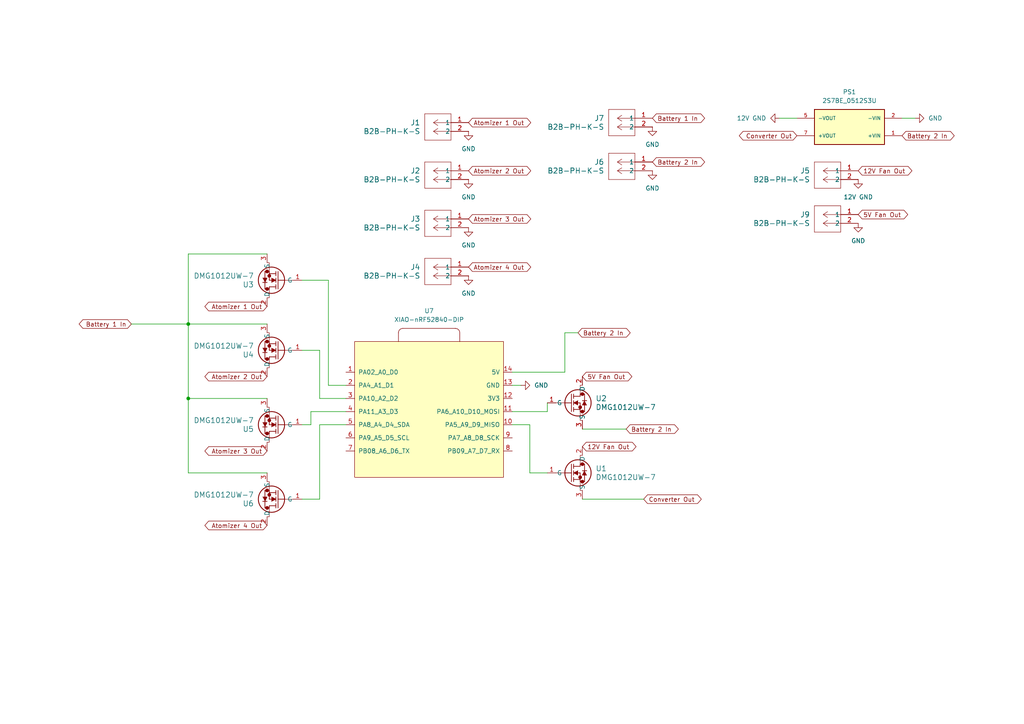
<source format=kicad_sch>
(kicad_sch (version 20250114) (generator "eeschema") (generator_version "9.0")
  (paper "A4")
  (lib_symbols
    (symbol "2025-03-25_22-14-52:DMG1012UW-7" (pin_names (offset 0.254))
      (property "Reference" "U" (at 13.97 1.905 0))
      (property "Value" "DMG1012UW-7" (at 13.97 -2.54 0))
      (symbol "DMG1012UW-7_0_1"
        (polyline (pts (xy 2.54 0) (xy 5.08 0)) (stroke (width 0.127)))
        (polyline (pts (xy 5.08 0) (xy 6.985 0)) (stroke (width 0.2032)))
        (polyline (pts (xy 6.985 -2.54) (xy 6.985 2.54)) (stroke (width 0.2032)))
        (polyline (pts (xy 7.62 1.905) (xy 9.525 1.905)) (stroke (width 0.2032)))
        (polyline (pts (xy 7.62 1.27) (xy 7.62 2.54)) (stroke (width 0.2032)))
        (polyline (pts (xy 7.62 -0.635) (xy 7.62 0.635)) (stroke (width 0.2032)))
        (polyline (pts (xy 7.62 -1.905) (xy 9.525 -1.905)) (stroke (width 0.2032)))
        (polyline (pts (xy 7.62 -2.54) (xy 7.62 -1.27)) (stroke (width 0.2032)))
        (polyline (pts (xy 8.89 0.635) (xy 7.62 0) (xy 8.89 -0.635)) (fill (type outline)))
        (polyline (pts (xy 8.89 0) (xy 9.525 0)) (stroke (width 0.2032)))
        (circle (center 8.89 0) (radius 3.81) (stroke (width 0.254)))
        (polyline (pts (xy 9.525 5.08) (xy 10.16 5.08)) (stroke (width 0.127)))
        (polyline (pts (xy 9.525 2.54) (xy 9.525 5.08)) (stroke (width 0.127)))
        (polyline (pts (xy 9.525 2.54) (xy 10.795 2.54)) (stroke (width 0.2032)))
        (polyline (pts (xy 9.525 1.905) (xy 9.525 2.54)) (stroke (width 0.2032)))
        (circle (center 9.525 -1.27) (radius 0.0254) (stroke (width 0.508)))
        (polyline (pts (xy 9.525 -2.54) (xy 9.525 0)) (stroke (width 0.2032)))
        (polyline (pts (xy 9.525 -2.54) (xy 10.795 -2.54)) (stroke (width 0.2032)))
        (polyline (pts (xy 9.525 -5.08) (xy 9.525 -2.54)) (stroke (width 0.127)))
        (circle (center 10.16 2.54) (radius 0.0254) (stroke (width 0.508)))
        (circle (center 10.16 -2.54) (radius 0.0254) (stroke (width 0.508)))
        (polyline (pts (xy 10.16 -5.08) (xy 9.525 -5.08)) (stroke (width 0.127)))
        (polyline (pts (xy 10.795 0.635) (xy 10.795 2.54)) (stroke (width 0.2032)))
        (polyline (pts (xy 10.795 -2.54) (xy 10.795 -0.635)) (stroke (width 0.2032)))
        (polyline (pts (xy 11.43 0.635) (xy 10.16 0.635)) (stroke (width 0.2032)))
        (polyline (pts (xy 11.43 -0.635) (xy 10.16 -0.635) (xy 10.795 0.635)) (fill (type outline)))
        (pin unspecified line (at 0 0 0) (length 2.54) (name "G") (number "1"))
        (pin unspecified line (at 10.16 7.62 270) (length 2.54) (name "D") (number "2"))
        (pin unspecified line (at 10.16 -7.62 90) (length 2.54) (name "S") (number "3"))
      )
    )
    (symbol "2025-04-15_22-26-33:B2B-PH-K-S" (pin_names (offset 0.254))
      (property "Reference" "J" (at 8.89 6.35 0))
      (property "Value" "B2B-PH-K-S" (at 0 0 0))
      (symbol "B2B-PH-K-S_1_1"
        (polyline (pts (xy 5.08 2.54) (xy 5.08 -5.08)) (stroke (width 0.127)))
        (polyline (pts (xy 5.08 -5.08) (xy 12.7 -5.08)) (stroke (width 0.127)))
        (polyline (pts (xy 10.16 0) (xy 5.08 0)) (stroke (width 0.127)))
        (polyline (pts (xy 10.16 0) (xy 8.89 0.8467)) (stroke (width 0.127)))
        (polyline (pts (xy 10.16 0) (xy 8.89 -0.8467)) (stroke (width 0.127)))
        (polyline (pts (xy 10.16 -2.54) (xy 5.08 -2.54)) (stroke (width 0.127)))
        (polyline (pts (xy 10.16 -2.54) (xy 8.89 -1.6933)) (stroke (width 0.127)))
        (polyline (pts (xy 10.16 -2.54) (xy 8.89 -3.3867)) (stroke (width 0.127)))
        (polyline (pts (xy 12.7 2.54) (xy 5.08 2.54)) (stroke (width 0.127)))
        (polyline (pts (xy 12.7 -5.08) (xy 12.7 2.54)) (stroke (width 0.127)))
        (pin unspecified line (at 0 0 0) (length 5.08) (name "1") (number "1"))
        (pin unspecified line (at 0 -2.54 0) (length 5.08) (name "2") (number "2"))
      )
      (symbol "B2B-PH-K-S_1_2"
        (polyline (pts (xy 5.08 2.54) (xy 5.08 -5.08)) (stroke (width 0.127)))
        (polyline (pts (xy 5.08 -5.08) (xy 12.7 -5.08)) (stroke (width 0.127)))
        (polyline (pts (xy 7.62 0) (xy 5.08 0)) (stroke (width 0.127)))
        (polyline (pts (xy 7.62 0) (xy 8.89 0.8467)) (stroke (width 0.127)))
        (polyline (pts (xy 7.62 0) (xy 8.89 -0.8467)) (stroke (width 0.127)))
        (polyline (pts (xy 7.62 -2.54) (xy 5.08 -2.54)) (stroke (width 0.127)))
        (polyline (pts (xy 7.62 -2.54) (xy 8.89 -1.6933)) (stroke (width 0.127)))
        (polyline (pts (xy 7.62 -2.54) (xy 8.89 -3.3867)) (stroke (width 0.127)))
        (polyline (pts (xy 12.7 2.54) (xy 5.08 2.54)) (stroke (width 0.127)))
        (polyline (pts (xy 12.7 -5.08) (xy 12.7 2.54)) (stroke (width 0.127)))
        (pin unspecified line (at 0 0 0) (length 5.08) (name "1") (number "1"))
        (pin unspecified line (at 0 -2.54 0) (length 5.08) (name "2") (number "2"))
      )
    )
    (symbol "2S7BE_0512S3U:2S7BE_0512S3U" (pin_names (offset 1.016))
      (property "Reference" "PS" (at -10.16 5.842 0))
      (property "Value" "2S7BE_0512S3U" (at -10.16 -7.62 0))
      (symbol "2S7BE_0512S3U_0_0"
        (rectangle (start -10.16 -5.08) (end 10.16 5.08) (stroke (width 0.254)) (fill (type background)))
        (pin input line (at -15.24 2.54 0) (length 5.08) (name "+VIN") (number "1"))
        (pin input line (at -15.24 -2.54 0) (length 5.08) (name "-VIN") (number "2"))
        (pin output line (at 15.24 2.54 180) (length 5.08) (name "+VOUT") (number "7"))
        (pin output line (at 15.24 -2.54 180) (length 5.08) (name "-VOUT") (number "5"))
      )
    )
    (symbol "MCU_SEEED_XIAO_Series:XIAO-nRF52840-DIP" (pin_names (offset 1.016))
      (property "Reference" "U" (at -21.082 21.336 0))
      (property "Value" "XIAO-nRF52840-DIP" (at -11.684 -21.082 0))
      (symbol "XIAO-nRF52840-DIP_1_1"
        (rectangle (start -21.59 20.32) (end 21.59 -19.05) (fill (type background)))
        (polyline (pts (xy -8.89 22.86) (xy -8.89 20.32)))
        (polyline (pts (xy -7.62 24.13) (xy 7.62 24.13)))
        (arc (start -8.89 22.86) (mid -8.518 23.758) (end -7.62 24.13))
        (arc (start 7.62 24.13) (mid 7.62 24.13) (end 7.62 24.13))
        (arc (start 7.62 24.13) (mid 8.518 23.758) (end 8.89 22.86))
        (polyline (pts (xy 8.89 22.86) (xy 8.89 20.32)))
        (arc (start 8.89 22.86) (mid 8.89 22.86) (end 8.89 22.86))
        (pin passive line (at -24.13 11.43 0) (length 2.54) (name "PA02_A0_D0") (number "1"))
        (pin passive line (at -24.13 7.62 0) (length 2.54) (name "PA4_A1_D1") (number "2"))
        (pin passive line (at -24.13 3.81 0) (length 2.54) (name "PA10_A2_D2") (number "3"))
        (pin passive line (at -24.13 0 0) (length 2.54) (name "PA11_A3_D3") (number "4"))
        (pin passive line (at -24.13 -3.81 0) (length 2.54) (name "PA8_A4_D4_SDA") (number "5"))
        (pin passive line (at -24.13 -7.62 0) (length 2.54) (name "PA9_A5_D5_SCL") (number "6"))
        (pin passive line (at -24.13 -11.43 0) (length 2.54) (name "PB08_A6_D6_TX") (number "7"))
        (pin passive line (at 24.13 11.43 180) (length 2.54) (name "5V") (number "14"))
        (pin passive line (at 24.13 7.62 180) (length 2.54) (name "GND") (number "13"))
        (pin passive line (at 24.13 3.81 180) (length 2.54) (name "3V3") (number "12"))
        (pin passive line (at 24.13 0 180) (length 2.54) (name "PA6_A10_D10_MOSI") (number "11"))
        (pin passive line (at 24.13 -3.81 180) (length 2.54) (name "PA5_A9_D9_MISO") (number "10"))
        (pin passive line (at 24.13 -7.62 180) (length 2.54) (name "PA7_A8_D8_SCK") (number "9"))
        (pin passive line (at 24.13 -11.43 180) (length 2.54) (name "PB09_A7_D7_RX") (number "8"))
      )
    )
    (symbol "power:GND" (power) (pin_numbers (hide yes)) (pin_names (offset 0) (hide yes))
      (property "Value" "GND" (at 0 -3.81 0))
      (symbol "GND_0_1"
        (polyline (pts (xy 0 0) (xy 0 -1.27) (xy 1.27 -1.27) (xy 0 -2.54) (xy -1.27 -1.27) (xy 0 -1.27)))
      )
      (symbol "GND_1_1"
        (pin power_in line (at 0 0 270) (length 0) (name "~") (number "1"))
      )
    )
  )
  (junction (at 54.61 93.98))
  (junction (at 54.61 115.57))
  (wire (pts (xy 87.63 101.6) (xy 92.71 101.6)))
  (wire (pts (xy 90.17 123.19) (xy 90.17 119.38)))
  (wire (pts (xy 87.63 81.28) (xy 95.25 81.28)))
  (wire (pts (xy 163.83 96.52) (xy 167.64 96.52)))
  (wire (pts (xy 54.61 115.57) (xy 54.61 137.16)))
  (wire (pts (xy 90.17 119.38) (xy 100.33 119.38)))
  (wire (pts (xy 163.83 96.52) (xy 163.83 107.95)))
  (wire (pts (xy 54.61 93.98) (xy 54.61 115.57)))
  (wire (pts (xy 54.61 115.57) (xy 77.47 115.57)))
  (wire (pts (xy 92.71 115.57) (xy 100.33 115.57)))
  (wire (pts (xy 95.25 81.28) (xy 95.25 111.76)))
  (wire (pts (xy 163.83 107.95) (xy 148.59 107.95)))
  (wire (pts (xy 92.71 101.6) (xy 92.71 115.57)))
  (wire (pts (xy 158.75 137.16) (xy 153.67 137.16)))
  (wire (pts (xy 92.71 123.19) (xy 100.33 123.19)))
  (wire (pts (xy 87.63 123.19) (xy 90.17 123.19)))
  (wire (pts (xy 148.59 119.38) (xy 158.75 119.38)))
  (wire (pts (xy 87.63 144.78) (xy 92.71 144.78)))
  (wire (pts (xy 158.75 116.84) (xy 158.75 119.38)))
  (wire (pts (xy 95.25 111.76) (xy 100.33 111.76)))
  (wire (pts (xy 54.61 73.66) (xy 77.47 73.66)))
  (wire (pts (xy 181.61 124.46) (xy 168.91 124.46)))
  (wire (pts (xy 92.71 144.78) (xy 92.71 123.19)))
  (wire (pts (xy 148.59 111.76) (xy 151.13 111.76)))
  (wire (pts (xy 226.06 34.29) (xy 231.14 34.29)))
  (wire (pts (xy 38.1 93.98) (xy 54.61 93.98)))
  (wire (pts (xy 186.69 144.78) (xy 168.91 144.78)))
  (wire (pts (xy 54.61 137.16) (xy 77.47 137.16)))
  (wire (pts (xy 153.67 123.19) (xy 148.59 123.19)))
  (wire (pts (xy 265.43 34.29) (xy 261.62 34.29)))
  (wire (pts (xy 153.67 137.16) (xy 153.67 123.19)))
  (wire (pts (xy 54.61 93.98) (xy 77.47 93.98)))
  (wire (pts (xy 54.61 73.66) (xy 54.61 93.98)))
  (global_label "5V Fan Out" (shape bidirectional) (at 248.92 62.23 0) (property "Intersheetrefs" "${INTERSHEET_REFS}" (effects (hide yes))))
  (global_label "Atomizer 2 Out" (shape bidirectional) (at 77.47 109.22 180) (property "Intersheetrefs" "${INTERSHEET_REFS}" (effects (hide yes))))
  (global_label "12V Fan Out" (shape bidirectional) (at 248.92 49.53 0) (property "Intersheetrefs" "${INTERSHEET_REFS}" (effects (hide yes))))
  (global_label "Atomizer 3 Out" (shape bidirectional) (at 77.47 130.81 180) (property "Intersheetrefs" "${INTERSHEET_REFS}" (effects (hide yes))))
  (global_label "Atomizer 2 Out" (shape bidirectional) (at 135.89 49.53 0) (property "Intersheetrefs" "${INTERSHEET_REFS}" (effects (hide yes))))
  (global_label "Battery 2 In" (shape bidirectional) (at 181.61 124.46 0) (property "Intersheetrefs" "${INTERSHEET_REFS}" (effects (hide yes))))
  (global_label "Atomizer 4 Out" (shape bidirectional) (at 77.47 152.4 180) (property "Intersheetrefs" "${INTERSHEET_REFS}" (effects (hide yes))))
  (global_label "Atomizer 4 Out" (shape bidirectional) (at 135.89 77.47 0) (property "Intersheetrefs" "${INTERSHEET_REFS}" (effects (hide yes))))
  (global_label "Atomizer 3 Out" (shape bidirectional) (at 135.89 63.5 0) (property "Intersheetrefs" "${INTERSHEET_REFS}" (effects (hide yes))))
  (global_label "Converter Out" (shape bidirectional) (at 186.69 144.78 0) (property "Intersheetrefs" "${INTERSHEET_REFS}" (effects (hide yes))))
  (global_label "Battery 1 In" (shape bidirectional) (at 38.1 93.98 180) (property "Intersheetrefs" "${INTERSHEET_REFS}" (effects (hide yes))))
  (global_label "Battery 1 In" (shape bidirectional) (at 189.23 34.29 0) (property "Intersheetrefs" "${INTERSHEET_REFS}" (effects (hide yes))))
  (global_label "5V Fan Out" (shape bidirectional) (at 168.91 109.22 0) (property "Intersheetrefs" "${INTERSHEET_REFS}" (effects (hide yes))))
  (global_label "12V Fan Out" (shape bidirectional) (at 168.91 129.54 0) (property "Intersheetrefs" "${INTERSHEET_REFS}" (effects (hide yes))))
  (global_label "Atomizer 1 Out" (shape bidirectional) (at 77.47 88.9 180) (property "Intersheetrefs" "${INTERSHEET_REFS}" (effects (hide yes))))
  (global_label "Battery 2 In" (shape bidirectional) (at 189.23 46.99 0) (property "Intersheetrefs" "${INTERSHEET_REFS}" (effects (hide yes))))
  (global_label "Atomizer 1 Out" (shape bidirectional) (at 135.89 35.56 0) (property "Intersheetrefs" "${INTERSHEET_REFS}" (effects (hide yes))))
  (global_label "Battery 2 In" (shape bidirectional) (at 167.64 96.52 0) (property "Intersheetrefs" "${INTERSHEET_REFS}" (effects (hide yes))))
  (global_label "Converter Out" (shape bidirectional) (at 231.14 39.37 180) (property "Intersheetrefs" "${INTERSHEET_REFS}" (effects (hide yes))))
  (global_label "Battery 2 In" (shape bidirectional) (at 261.62 39.37 0) (property "Intersheetrefs" "${INTERSHEET_REFS}" (effects (hide yes))))
  (symbol (lib_id "2025-03-25_22-14-52:DMG1012UW-7") (at 158.75 137.16 0) (unit 1)
    (property "Reference" "U1" (at 172.72 135.8899 0) (effects (font (size 1.524 1.524)) (justify left)))
    (property "Value" "DMG1012UW-7" (at 172.72 138.4299 0) (effects (font (size 1.524 1.524)) (justify left)))
    (property "Footprint" "footprints:SOT_12UW-7_DIO" (effects (hide yes)))
    (property "Datasheet" "DMG1012UW-7" (effects (hide yes)))
  )
  (symbol (lib_id "2025-04-15_22-26-33:B2B-PH-K-S") (at 248.92 49.53 0) (mirror y) (unit 1)
    (property "Reference" "J5" (at 234.95 49.5299 0) (effects (font (size 1.524 1.524)) (justify left)))
    (property "Value" "B2B-PH-K-S" (at 234.95 52.0699 0) (effects (font (size 1.524 1.524)) (justify left)))
    (property "Footprint" "footprints_connector:CONN2_B2B-PH-K-S_JST" (effects (hide yes)))
    (property "Datasheet" "B2B-PH-K-S" (effects (hide yes)))
  )
  (symbol (lib_id "2025-04-15_22-26-33:B2B-PH-K-S") (at 189.23 34.29 0) (mirror y) (unit 1)
    (property "Reference" "J7" (at 175.26 34.2899 0) (effects (font (size 1.524 1.524)) (justify left)))
    (property "Value" "B2B-PH-K-S" (at 175.26 36.8299 0) (effects (font (size 1.524 1.524)) (justify left)))
    (property "Footprint" "footprints_connector:CONN2_B2B-PH-K-S_JST" (effects (hide yes)))
    (property "Datasheet" "B2B-PH-K-S" (effects (hide yes)))
  )
  (symbol (lib_id "2025-04-15_22-26-33:B2B-PH-K-S") (at 135.89 63.5 0) (mirror y) (unit 1)
    (property "Reference" "J3" (at 121.92 63.4999 0) (effects (font (size 1.524 1.524)) (justify left)))
    (property "Value" "B2B-PH-K-S" (at 121.92 66.0399 0) (effects (font (size 1.524 1.524)) (justify left)))
    (property "Footprint" "footprints_connector:CONN2_B2B-PH-K-S_JST" (effects (hide yes)))
    (property "Datasheet" "B2B-PH-K-S" (effects (hide yes)))
  )
  (symbol (lib_id "2025-03-25_22-14-52:DMG1012UW-7") (at 87.63 81.28 180) (unit 1)
    (property "Reference" "U3" (at 73.66 82.5501 0) (effects (font (size 1.524 1.524)) (justify left)))
    (property "Value" "DMG1012UW-7" (at 73.66 80.0101 0) (effects (font (size 1.524 1.524)) (justify left)))
    (property "Footprint" "footprints:SOT_12UW-7_DIO" (effects (hide yes)))
    (property "Datasheet" "DMG1012UW-7" (effects (hide yes)))
  )
  (symbol (lib_id "power:GND") (at 248.92 64.77 0) (unit 1)
    (property "Reference" "#PWR010" (effects (hide yes)))
    (property "Value" "GND" (at 248.92 69.85 0))
    (property "Description" "Power symbol creates a global label with name \"GND\" , ground" (effects (hide yes)))
  )
  (symbol (lib_id "2025-04-15_22-26-33:B2B-PH-K-S") (at 135.89 35.56 0) (mirror y) (unit 1)
    (property "Reference" "J1" (at 121.92 35.5599 0) (effects (font (size 1.524 1.524)) (justify left)))
    (property "Value" "B2B-PH-K-S" (at 121.92 38.0999 0) (effects (font (size 1.524 1.524)) (justify left)))
    (property "Footprint" "footprints_connector:CONN2_B2B-PH-K-S_JST" (effects (hide yes)))
    (property "Datasheet" "B2B-PH-K-S" (effects (hide yes)))
  )
  (symbol (lib_id "power:GND") (at 135.89 38.1 0) (unit 1)
    (property "Reference" "#PWR02" (effects (hide yes)))
    (property "Value" "GND" (at 135.89 43.18 0))
    (property "Description" "Power symbol creates a global label with name \"GND\" , ground" (effects (hide yes)))
  )
  (symbol (lib_id "power:GND") (at 189.23 49.53 0) (unit 1)
    (property "Reference" "#PWR07" (effects (hide yes)))
    (property "Value" "GND" (at 189.23 54.61 0))
    (property "Description" "Power symbol creates a global label with name \"GND\" , ground" (effects (hide yes)))
  )
  (symbol (lib_id "power:GND") (at 189.23 36.83 0) (unit 1)
    (property "Reference" "#PWR08" (effects (hide yes)))
    (property "Value" "GND" (at 189.23 41.91 0))
    (property "Description" "Power symbol creates a global label with name \"GND\" , ground" (effects (hide yes)))
  )
  (symbol (lib_id "power:GND") (at 135.89 66.04 0) (unit 1)
    (property "Reference" "#PWR04" (effects (hide yes)))
    (property "Value" "GND" (at 135.89 71.12 0))
    (property "Description" "Power symbol creates a global label with name \"GND\" , ground" (effects (hide yes)))
  )
  (symbol (lib_id "power:GND") (at 265.43 34.29 90) (unit 1)
    (property "Reference" "#PWR011" (effects (hide yes)))
    (property "Value" "GND" (at 269.24 34.2899 90) (effects (justify right)))
    (property "Description" "Power symbol creates a global label with name \"GND\" , ground" (effects (hide yes)))
  )
  (symbol (lib_id "power:GND") (at 226.06 34.29 270) (unit 1)
    (property "Reference" "#PWR012" (effects (hide yes)))
    (property "Value" "12V GND" (at 222.25 34.2899 90) (effects (justify right)))
    (property "Description" "Power symbol creates a global label with name \"GND\" , ground" (effects (hide yes)))
  )
  (symbol (lib_id "2025-04-15_22-26-33:B2B-PH-K-S") (at 135.89 49.53 0) (mirror y) (unit 1)
    (property "Reference" "J2" (at 121.92 49.5299 0) (effects (font (size 1.524 1.524)) (justify left)))
    (property "Value" "B2B-PH-K-S" (at 121.92 52.0699 0) (effects (font (size 1.524 1.524)) (justify left)))
    (property "Footprint" "footprints_connector:CONN2_B2B-PH-K-S_JST" (effects (hide yes)))
    (property "Datasheet" "B2B-PH-K-S" (effects (hide yes)))
  )
  (symbol (lib_id "power:GND") (at 248.92 52.07 0) (unit 1)
    (property "Reference" "#PWR06" (effects (hide yes)))
    (property "Value" "12V GND" (at 248.92 57.15 0))
    (property "Description" "Power symbol creates a global label with name \"GND\" , ground" (effects (hide yes)))
  )
  (symbol (lib_id "power:GND") (at 135.89 80.01 0) (unit 1)
    (property "Reference" "#PWR05" (effects (hide yes)))
    (property "Value" "GND" (at 135.89 85.09 0))
    (property "Description" "Power symbol creates a global label with name \"GND\" , ground" (effects (hide yes)))
  )
  (symbol (lib_id "2S7BE_0512S3U:2S7BE_0512S3U") (at 246.38 36.83 180) (unit 1)
    (property "Reference" "PS1" (at 246.38 26.67 0))
    (property "Value" "2S7BE_0512S3U" (at 246.38 29.21 0))
    (property "Footprint" "footprints:CONV_2S7BE_0512S3U" (effects (hide yes)))
    (property "PARTREV" "2023-1.2" (effects (hide yes)))
    (property "MANUFACTURER" "Gaptec" (effects (hide yes)))
    (property "MAXIMUM_PACKAGE_HEIGHT" "10.5mm" (effects (hide yes)))
    (property "STANDARD" "IPC-7351B" (effects (hide yes)))
  )
  (symbol (lib_id "2025-04-15_22-26-33:B2B-PH-K-S") (at 189.23 46.99 0) (mirror y) (unit 1)
    (property "Reference" "J6" (at 175.26 46.9899 0) (effects (font (size 1.524 1.524)) (justify left)))
    (property "Value" "B2B-PH-K-S" (at 175.26 49.5299 0) (effects (font (size 1.524 1.524)) (justify left)))
    (property "Footprint" "footprints_connector:CONN2_B2B-PH-K-S_JST" (effects (hide yes)))
    (property "Datasheet" "B2B-PH-K-S" (effects (hide yes)))
  )
  (symbol (lib_id "2025-03-25_22-14-52:DMG1012UW-7") (at 158.75 116.84 0) (unit 1)
    (property "Reference" "U2" (at 172.72 115.5699 0) (effects (font (size 1.524 1.524)) (justify left)))
    (property "Value" "DMG1012UW-7" (at 172.72 118.1099 0) (effects (font (size 1.524 1.524)) (justify left)))
    (property "Footprint" "footprints:SOT_12UW-7_DIO" (effects (hide yes)))
    (property "Datasheet" "DMG1012UW-7" (effects (hide yes)))
  )
  (symbol (lib_id "2025-04-15_22-26-33:B2B-PH-K-S") (at 135.89 77.47 0) (mirror y) (unit 1)
    (property "Reference" "J4" (at 121.92 77.4699 0) (effects (font (size 1.524 1.524)) (justify left)))
    (property "Value" "B2B-PH-K-S" (at 121.92 80.0099 0) (effects (font (size 1.524 1.524)) (justify left)))
    (property "Footprint" "footprints_connector:CONN2_B2B-PH-K-S_JST" (effects (hide yes)))
    (property "Datasheet" "B2B-PH-K-S" (effects (hide yes)))
  )
  (symbol (lib_id "2025-03-25_22-14-52:DMG1012UW-7") (at 87.63 101.6 180) (unit 1)
    (property "Reference" "U4" (at 73.66 102.8701 0) (effects (font (size 1.524 1.524)) (justify left)))
    (property "Value" "DMG1012UW-7" (at 73.66 100.3301 0) (effects (font (size 1.524 1.524)) (justify left)))
    (property "Footprint" "footprints:SOT_12UW-7_DIO" (effects (hide yes)))
    (property "Datasheet" "DMG1012UW-7" (effects (hide yes)))
  )
  (symbol (lib_id "MCU_SEEED_XIAO_Series:XIAO-nRF52840-DIP") (at 124.46 119.38 0) (unit 1)
    (property "Reference" "U7" (at 124.46 90.17 0))
    (property "Value" "XIAO-nRF52840-DIP" (at 124.46 92.71 0))
    (property "Footprint" "SeeedStudio_XIAO_nRF52840_v1.1_KiCAD:XIAO-nRF52840-DIP" (effects (hide yes)))
  )
  (symbol (lib_id "power:GND") (at 151.13 111.76 90) (unit 1)
    (property "Reference" "#PWR01" (effects (hide yes)))
    (property "Value" "GND" (at 154.94 111.7599 90) (effects (justify right)))
    (property "Description" "Power symbol creates a global label with name \"GND\" , ground" (effects (hide yes)))
  )
  (symbol (lib_id "2025-03-25_22-14-52:DMG1012UW-7") (at 87.63 144.78 180) (unit 1)
    (property "Reference" "U6" (at 73.66 146.0501 0) (effects (font (size 1.524 1.524)) (justify left)))
    (property "Value" "DMG1012UW-7" (at 73.66 143.5101 0) (effects (font (size 1.524 1.524)) (justify left)))
    (property "Footprint" "footprints:SOT_12UW-7_DIO" (effects (hide yes)))
    (property "Datasheet" "DMG1012UW-7" (effects (hide yes)))
  )
  (symbol (lib_id "2025-03-25_22-14-52:DMG1012UW-7") (at 87.63 123.19 180) (unit 1)
    (property "Reference" "U5" (at 73.66 124.4601 0) (effects (font (size 1.524 1.524)) (justify left)))
    (property "Value" "DMG1012UW-7" (at 73.66 121.9201 0) (effects (font (size 1.524 1.524)) (justify left)))
    (property "Footprint" "footprints:SOT_12UW-7_DIO" (effects (hide yes)))
    (property "Datasheet" "DMG1012UW-7" (effects (hide yes)))
  )
  (symbol (lib_id "power:GND") (at 135.89 52.07 0) (unit 1)
    (property "Reference" "#PWR03" (effects (hide yes)))
    (property "Value" "GND" (at 135.89 57.15 0))
    (property "Description" "Power symbol creates a global label with name \"GND\" , ground" (effects (hide yes)))
  )
  (symbol (lib_id "2025-04-15_22-26-33:B2B-PH-K-S") (at 248.92 62.23 0) (mirror y) (unit 1)
    (property "Reference" "J9" (at 234.95 62.2299 0) (effects (font (size 1.524 1.524)) (justify left)))
    (property "Value" "B2B-PH-K-S" (at 234.95 64.7699 0) (effects (font (size 1.524 1.524)) (justify left)))
    (property "Footprint" "footprints_connector:CONN2_B2B-PH-K-S_JST" (effects (hide yes)))
    (property "Datasheet" "B2B-PH-K-S" (effects (hide yes)))
  )
)
</source>
